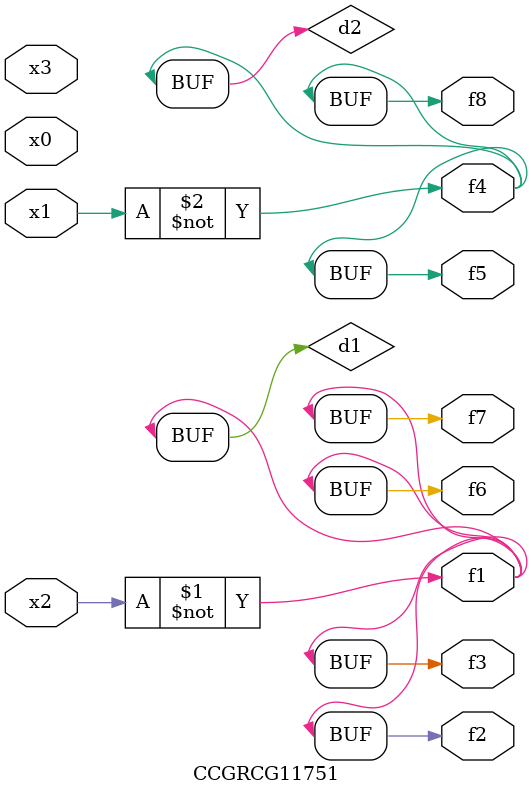
<source format=v>
module CCGRCG11751(
	input x0, x1, x2, x3,
	output f1, f2, f3, f4, f5, f6, f7, f8
);

	wire d1, d2;

	xnor (d1, x2);
	not (d2, x1);
	assign f1 = d1;
	assign f2 = d1;
	assign f3 = d1;
	assign f4 = d2;
	assign f5 = d2;
	assign f6 = d1;
	assign f7 = d1;
	assign f8 = d2;
endmodule

</source>
